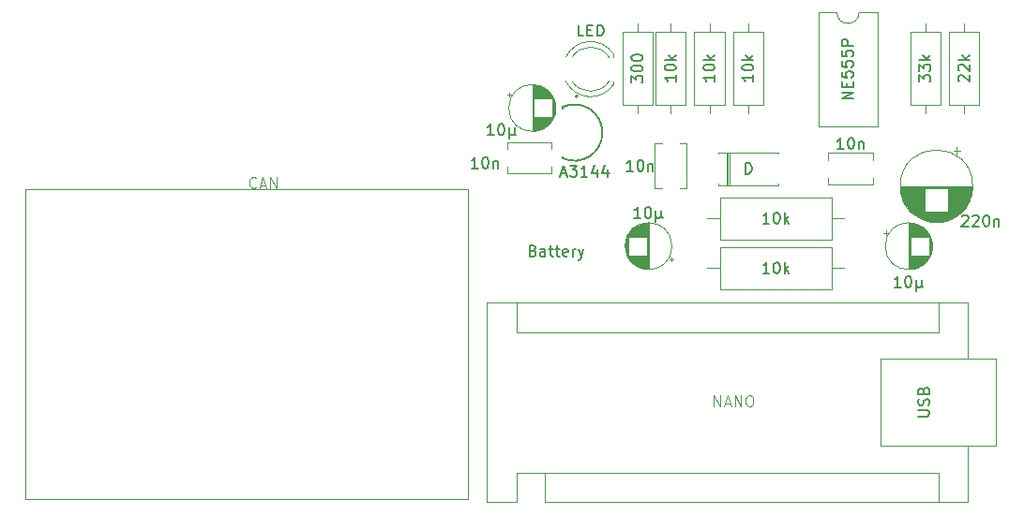
<source format=gto>
%TF.GenerationSoftware,KiCad,Pcbnew,8.0.8-8.0.8-0~ubuntu24.04.1*%
%TF.CreationDate,2025-02-02T21:15:27-07:00*%
%TF.ProjectId,Speedometer,53706565-646f-46d6-9574-65722e6b6963,v1*%
%TF.SameCoordinates,Original*%
%TF.FileFunction,Legend,Top*%
%TF.FilePolarity,Positive*%
%FSLAX46Y46*%
G04 Gerber Fmt 4.6, Leading zero omitted, Abs format (unit mm)*
G04 Created by KiCad (PCBNEW 8.0.8-8.0.8-0~ubuntu24.04.1) date 2025-02-02 21:15:27*
%MOMM*%
%LPD*%
G01*
G04 APERTURE LIST*
%ADD10C,0.100000*%
%ADD11C,0.150000*%
%ADD12C,0.120000*%
%ADD13C,0.127000*%
%ADD14C,0.200000*%
G04 APERTURE END LIST*
D10*
X135883884Y-84982419D02*
X135883884Y-83982419D01*
X135883884Y-83982419D02*
X136455312Y-84982419D01*
X136455312Y-84982419D02*
X136455312Y-83982419D01*
X136883884Y-84696704D02*
X137360074Y-84696704D01*
X136788646Y-84982419D02*
X137121979Y-83982419D01*
X137121979Y-83982419D02*
X137455312Y-84982419D01*
X137788646Y-84982419D02*
X137788646Y-83982419D01*
X137788646Y-83982419D02*
X138360074Y-84982419D01*
X138360074Y-84982419D02*
X138360074Y-83982419D01*
X139026741Y-83982419D02*
X139217217Y-83982419D01*
X139217217Y-83982419D02*
X139312455Y-84030038D01*
X139312455Y-84030038D02*
X139407693Y-84125276D01*
X139407693Y-84125276D02*
X139455312Y-84315752D01*
X139455312Y-84315752D02*
X139455312Y-84649085D01*
X139455312Y-84649085D02*
X139407693Y-84839561D01*
X139407693Y-84839561D02*
X139312455Y-84934800D01*
X139312455Y-84934800D02*
X139217217Y-84982419D01*
X139217217Y-84982419D02*
X139026741Y-84982419D01*
X139026741Y-84982419D02*
X138931503Y-84934800D01*
X138931503Y-84934800D02*
X138836265Y-84839561D01*
X138836265Y-84839561D02*
X138788646Y-84649085D01*
X138788646Y-84649085D02*
X138788646Y-84315752D01*
X138788646Y-84315752D02*
X138836265Y-84125276D01*
X138836265Y-84125276D02*
X138931503Y-84030038D01*
X138931503Y-84030038D02*
X139026741Y-83982419D01*
X94575312Y-65157180D02*
X94527693Y-65204800D01*
X94527693Y-65204800D02*
X94384836Y-65252419D01*
X94384836Y-65252419D02*
X94289598Y-65252419D01*
X94289598Y-65252419D02*
X94146741Y-65204800D01*
X94146741Y-65204800D02*
X94051503Y-65109561D01*
X94051503Y-65109561D02*
X94003884Y-65014323D01*
X94003884Y-65014323D02*
X93956265Y-64823847D01*
X93956265Y-64823847D02*
X93956265Y-64680990D01*
X93956265Y-64680990D02*
X94003884Y-64490514D01*
X94003884Y-64490514D02*
X94051503Y-64395276D01*
X94051503Y-64395276D02*
X94146741Y-64300038D01*
X94146741Y-64300038D02*
X94289598Y-64252419D01*
X94289598Y-64252419D02*
X94384836Y-64252419D01*
X94384836Y-64252419D02*
X94527693Y-64300038D01*
X94527693Y-64300038D02*
X94575312Y-64347657D01*
X94956265Y-64966704D02*
X95432455Y-64966704D01*
X94861027Y-65252419D02*
X95194360Y-64252419D01*
X95194360Y-64252419D02*
X95527693Y-65252419D01*
X95861027Y-65252419D02*
X95861027Y-64252419D01*
X95861027Y-64252419D02*
X96432455Y-65252419D01*
X96432455Y-65252419D02*
X96432455Y-64252419D01*
D11*
X124127142Y-51494819D02*
X123650952Y-51494819D01*
X123650952Y-51494819D02*
X123650952Y-50494819D01*
X124460476Y-50971009D02*
X124793809Y-50971009D01*
X124936666Y-51494819D02*
X124460476Y-51494819D01*
X124460476Y-51494819D02*
X124460476Y-50494819D01*
X124460476Y-50494819D02*
X124936666Y-50494819D01*
X125365238Y-51494819D02*
X125365238Y-50494819D01*
X125365238Y-50494819D02*
X125603333Y-50494819D01*
X125603333Y-50494819D02*
X125746190Y-50542438D01*
X125746190Y-50542438D02*
X125841428Y-50637676D01*
X125841428Y-50637676D02*
X125889047Y-50732914D01*
X125889047Y-50732914D02*
X125936666Y-50923390D01*
X125936666Y-50923390D02*
X125936666Y-51066247D01*
X125936666Y-51066247D02*
X125889047Y-51256723D01*
X125889047Y-51256723D02*
X125841428Y-51351961D01*
X125841428Y-51351961D02*
X125746190Y-51447200D01*
X125746190Y-51447200D02*
X125603333Y-51494819D01*
X125603333Y-51494819D02*
X125365238Y-51494819D01*
X114607142Y-63454819D02*
X114035714Y-63454819D01*
X114321428Y-63454819D02*
X114321428Y-62454819D01*
X114321428Y-62454819D02*
X114226190Y-62597676D01*
X114226190Y-62597676D02*
X114130952Y-62692914D01*
X114130952Y-62692914D02*
X114035714Y-62740533D01*
X115226190Y-62454819D02*
X115321428Y-62454819D01*
X115321428Y-62454819D02*
X115416666Y-62502438D01*
X115416666Y-62502438D02*
X115464285Y-62550057D01*
X115464285Y-62550057D02*
X115511904Y-62645295D01*
X115511904Y-62645295D02*
X115559523Y-62835771D01*
X115559523Y-62835771D02*
X115559523Y-63073866D01*
X115559523Y-63073866D02*
X115511904Y-63264342D01*
X115511904Y-63264342D02*
X115464285Y-63359580D01*
X115464285Y-63359580D02*
X115416666Y-63407200D01*
X115416666Y-63407200D02*
X115321428Y-63454819D01*
X115321428Y-63454819D02*
X115226190Y-63454819D01*
X115226190Y-63454819D02*
X115130952Y-63407200D01*
X115130952Y-63407200D02*
X115083333Y-63359580D01*
X115083333Y-63359580D02*
X115035714Y-63264342D01*
X115035714Y-63264342D02*
X114988095Y-63073866D01*
X114988095Y-63073866D02*
X114988095Y-62835771D01*
X114988095Y-62835771D02*
X115035714Y-62645295D01*
X115035714Y-62645295D02*
X115083333Y-62550057D01*
X115083333Y-62550057D02*
X115130952Y-62502438D01*
X115130952Y-62502438D02*
X115226190Y-62454819D01*
X115988095Y-62788152D02*
X115988095Y-63454819D01*
X115988095Y-62883390D02*
X116035714Y-62835771D01*
X116035714Y-62835771D02*
X116130952Y-62788152D01*
X116130952Y-62788152D02*
X116273809Y-62788152D01*
X116273809Y-62788152D02*
X116369047Y-62835771D01*
X116369047Y-62835771D02*
X116416666Y-62931009D01*
X116416666Y-62931009D02*
X116416666Y-63454819D01*
X128454819Y-55705713D02*
X128454819Y-55086666D01*
X128454819Y-55086666D02*
X128835771Y-55419999D01*
X128835771Y-55419999D02*
X128835771Y-55277142D01*
X128835771Y-55277142D02*
X128883390Y-55181904D01*
X128883390Y-55181904D02*
X128931009Y-55134285D01*
X128931009Y-55134285D02*
X129026247Y-55086666D01*
X129026247Y-55086666D02*
X129264342Y-55086666D01*
X129264342Y-55086666D02*
X129359580Y-55134285D01*
X129359580Y-55134285D02*
X129407200Y-55181904D01*
X129407200Y-55181904D02*
X129454819Y-55277142D01*
X129454819Y-55277142D02*
X129454819Y-55562856D01*
X129454819Y-55562856D02*
X129407200Y-55658094D01*
X129407200Y-55658094D02*
X129359580Y-55705713D01*
X128454819Y-54467618D02*
X128454819Y-54372380D01*
X128454819Y-54372380D02*
X128502438Y-54277142D01*
X128502438Y-54277142D02*
X128550057Y-54229523D01*
X128550057Y-54229523D02*
X128645295Y-54181904D01*
X128645295Y-54181904D02*
X128835771Y-54134285D01*
X128835771Y-54134285D02*
X129073866Y-54134285D01*
X129073866Y-54134285D02*
X129264342Y-54181904D01*
X129264342Y-54181904D02*
X129359580Y-54229523D01*
X129359580Y-54229523D02*
X129407200Y-54277142D01*
X129407200Y-54277142D02*
X129454819Y-54372380D01*
X129454819Y-54372380D02*
X129454819Y-54467618D01*
X129454819Y-54467618D02*
X129407200Y-54562856D01*
X129407200Y-54562856D02*
X129359580Y-54610475D01*
X129359580Y-54610475D02*
X129264342Y-54658094D01*
X129264342Y-54658094D02*
X129073866Y-54705713D01*
X129073866Y-54705713D02*
X128835771Y-54705713D01*
X128835771Y-54705713D02*
X128645295Y-54658094D01*
X128645295Y-54658094D02*
X128550057Y-54610475D01*
X128550057Y-54610475D02*
X128502438Y-54562856D01*
X128502438Y-54562856D02*
X128454819Y-54467618D01*
X128454819Y-53515237D02*
X128454819Y-53419999D01*
X128454819Y-53419999D02*
X128502438Y-53324761D01*
X128502438Y-53324761D02*
X128550057Y-53277142D01*
X128550057Y-53277142D02*
X128645295Y-53229523D01*
X128645295Y-53229523D02*
X128835771Y-53181904D01*
X128835771Y-53181904D02*
X129073866Y-53181904D01*
X129073866Y-53181904D02*
X129264342Y-53229523D01*
X129264342Y-53229523D02*
X129359580Y-53277142D01*
X129359580Y-53277142D02*
X129407200Y-53324761D01*
X129407200Y-53324761D02*
X129454819Y-53419999D01*
X129454819Y-53419999D02*
X129454819Y-53515237D01*
X129454819Y-53515237D02*
X129407200Y-53610475D01*
X129407200Y-53610475D02*
X129359580Y-53658094D01*
X129359580Y-53658094D02*
X129264342Y-53705713D01*
X129264342Y-53705713D02*
X129073866Y-53753332D01*
X129073866Y-53753332D02*
X128835771Y-53753332D01*
X128835771Y-53753332D02*
X128645295Y-53705713D01*
X128645295Y-53705713D02*
X128550057Y-53658094D01*
X128550057Y-53658094D02*
X128502438Y-53610475D01*
X128502438Y-53610475D02*
X128454819Y-53515237D01*
X135954819Y-55015238D02*
X135954819Y-55586666D01*
X135954819Y-55300952D02*
X134954819Y-55300952D01*
X134954819Y-55300952D02*
X135097676Y-55396190D01*
X135097676Y-55396190D02*
X135192914Y-55491428D01*
X135192914Y-55491428D02*
X135240533Y-55586666D01*
X134954819Y-54396190D02*
X134954819Y-54300952D01*
X134954819Y-54300952D02*
X135002438Y-54205714D01*
X135002438Y-54205714D02*
X135050057Y-54158095D01*
X135050057Y-54158095D02*
X135145295Y-54110476D01*
X135145295Y-54110476D02*
X135335771Y-54062857D01*
X135335771Y-54062857D02*
X135573866Y-54062857D01*
X135573866Y-54062857D02*
X135764342Y-54110476D01*
X135764342Y-54110476D02*
X135859580Y-54158095D01*
X135859580Y-54158095D02*
X135907200Y-54205714D01*
X135907200Y-54205714D02*
X135954819Y-54300952D01*
X135954819Y-54300952D02*
X135954819Y-54396190D01*
X135954819Y-54396190D02*
X135907200Y-54491428D01*
X135907200Y-54491428D02*
X135859580Y-54539047D01*
X135859580Y-54539047D02*
X135764342Y-54586666D01*
X135764342Y-54586666D02*
X135573866Y-54634285D01*
X135573866Y-54634285D02*
X135335771Y-54634285D01*
X135335771Y-54634285D02*
X135145295Y-54586666D01*
X135145295Y-54586666D02*
X135050057Y-54539047D01*
X135050057Y-54539047D02*
X135002438Y-54491428D01*
X135002438Y-54491428D02*
X134954819Y-54396190D01*
X135954819Y-53634285D02*
X134954819Y-53634285D01*
X135573866Y-53539047D02*
X135954819Y-53253333D01*
X135288152Y-53253333D02*
X135669104Y-53634285D01*
X154354819Y-85881904D02*
X155164342Y-85881904D01*
X155164342Y-85881904D02*
X155259580Y-85834285D01*
X155259580Y-85834285D02*
X155307200Y-85786666D01*
X155307200Y-85786666D02*
X155354819Y-85691428D01*
X155354819Y-85691428D02*
X155354819Y-85500952D01*
X155354819Y-85500952D02*
X155307200Y-85405714D01*
X155307200Y-85405714D02*
X155259580Y-85358095D01*
X155259580Y-85358095D02*
X155164342Y-85310476D01*
X155164342Y-85310476D02*
X154354819Y-85310476D01*
X155307200Y-84881904D02*
X155354819Y-84739047D01*
X155354819Y-84739047D02*
X155354819Y-84500952D01*
X155354819Y-84500952D02*
X155307200Y-84405714D01*
X155307200Y-84405714D02*
X155259580Y-84358095D01*
X155259580Y-84358095D02*
X155164342Y-84310476D01*
X155164342Y-84310476D02*
X155069104Y-84310476D01*
X155069104Y-84310476D02*
X154973866Y-84358095D01*
X154973866Y-84358095D02*
X154926247Y-84405714D01*
X154926247Y-84405714D02*
X154878628Y-84500952D01*
X154878628Y-84500952D02*
X154831009Y-84691428D01*
X154831009Y-84691428D02*
X154783390Y-84786666D01*
X154783390Y-84786666D02*
X154735771Y-84834285D01*
X154735771Y-84834285D02*
X154640533Y-84881904D01*
X154640533Y-84881904D02*
X154545295Y-84881904D01*
X154545295Y-84881904D02*
X154450057Y-84834285D01*
X154450057Y-84834285D02*
X154402438Y-84786666D01*
X154402438Y-84786666D02*
X154354819Y-84691428D01*
X154354819Y-84691428D02*
X154354819Y-84453333D01*
X154354819Y-84453333D02*
X154402438Y-84310476D01*
X154831009Y-83548571D02*
X154878628Y-83405714D01*
X154878628Y-83405714D02*
X154926247Y-83358095D01*
X154926247Y-83358095D02*
X155021485Y-83310476D01*
X155021485Y-83310476D02*
X155164342Y-83310476D01*
X155164342Y-83310476D02*
X155259580Y-83358095D01*
X155259580Y-83358095D02*
X155307200Y-83405714D01*
X155307200Y-83405714D02*
X155354819Y-83500952D01*
X155354819Y-83500952D02*
X155354819Y-83881904D01*
X155354819Y-83881904D02*
X154354819Y-83881904D01*
X154354819Y-83881904D02*
X154354819Y-83548571D01*
X154354819Y-83548571D02*
X154402438Y-83453333D01*
X154402438Y-83453333D02*
X154450057Y-83405714D01*
X154450057Y-83405714D02*
X154545295Y-83358095D01*
X154545295Y-83358095D02*
X154640533Y-83358095D01*
X154640533Y-83358095D02*
X154735771Y-83405714D01*
X154735771Y-83405714D02*
X154783390Y-83453333D01*
X154783390Y-83453333D02*
X154831009Y-83548571D01*
X154831009Y-83548571D02*
X154831009Y-83881904D01*
X116035714Y-60454819D02*
X115464286Y-60454819D01*
X115750000Y-60454819D02*
X115750000Y-59454819D01*
X115750000Y-59454819D02*
X115654762Y-59597676D01*
X115654762Y-59597676D02*
X115559524Y-59692914D01*
X115559524Y-59692914D02*
X115464286Y-59740533D01*
X116654762Y-59454819D02*
X116750000Y-59454819D01*
X116750000Y-59454819D02*
X116845238Y-59502438D01*
X116845238Y-59502438D02*
X116892857Y-59550057D01*
X116892857Y-59550057D02*
X116940476Y-59645295D01*
X116940476Y-59645295D02*
X116988095Y-59835771D01*
X116988095Y-59835771D02*
X116988095Y-60073866D01*
X116988095Y-60073866D02*
X116940476Y-60264342D01*
X116940476Y-60264342D02*
X116892857Y-60359580D01*
X116892857Y-60359580D02*
X116845238Y-60407200D01*
X116845238Y-60407200D02*
X116750000Y-60454819D01*
X116750000Y-60454819D02*
X116654762Y-60454819D01*
X116654762Y-60454819D02*
X116559524Y-60407200D01*
X116559524Y-60407200D02*
X116511905Y-60359580D01*
X116511905Y-60359580D02*
X116464286Y-60264342D01*
X116464286Y-60264342D02*
X116416667Y-60073866D01*
X116416667Y-60073866D02*
X116416667Y-59835771D01*
X116416667Y-59835771D02*
X116464286Y-59645295D01*
X116464286Y-59645295D02*
X116511905Y-59550057D01*
X116511905Y-59550057D02*
X116559524Y-59502438D01*
X116559524Y-59502438D02*
X116654762Y-59454819D01*
X117416667Y-59788152D02*
X117416667Y-60788152D01*
X117892857Y-60311961D02*
X117940476Y-60407200D01*
X117940476Y-60407200D02*
X118035714Y-60454819D01*
X117416667Y-60311961D02*
X117464286Y-60407200D01*
X117464286Y-60407200D02*
X117559524Y-60454819D01*
X117559524Y-60454819D02*
X117750000Y-60454819D01*
X117750000Y-60454819D02*
X117845238Y-60407200D01*
X117845238Y-60407200D02*
X117892857Y-60311961D01*
X117892857Y-60311961D02*
X117892857Y-59788152D01*
X140904761Y-72954819D02*
X140333333Y-72954819D01*
X140619047Y-72954819D02*
X140619047Y-71954819D01*
X140619047Y-71954819D02*
X140523809Y-72097676D01*
X140523809Y-72097676D02*
X140428571Y-72192914D01*
X140428571Y-72192914D02*
X140333333Y-72240533D01*
X141523809Y-71954819D02*
X141619047Y-71954819D01*
X141619047Y-71954819D02*
X141714285Y-72002438D01*
X141714285Y-72002438D02*
X141761904Y-72050057D01*
X141761904Y-72050057D02*
X141809523Y-72145295D01*
X141809523Y-72145295D02*
X141857142Y-72335771D01*
X141857142Y-72335771D02*
X141857142Y-72573866D01*
X141857142Y-72573866D02*
X141809523Y-72764342D01*
X141809523Y-72764342D02*
X141761904Y-72859580D01*
X141761904Y-72859580D02*
X141714285Y-72907200D01*
X141714285Y-72907200D02*
X141619047Y-72954819D01*
X141619047Y-72954819D02*
X141523809Y-72954819D01*
X141523809Y-72954819D02*
X141428571Y-72907200D01*
X141428571Y-72907200D02*
X141380952Y-72859580D01*
X141380952Y-72859580D02*
X141333333Y-72764342D01*
X141333333Y-72764342D02*
X141285714Y-72573866D01*
X141285714Y-72573866D02*
X141285714Y-72335771D01*
X141285714Y-72335771D02*
X141333333Y-72145295D01*
X141333333Y-72145295D02*
X141380952Y-72050057D01*
X141380952Y-72050057D02*
X141428571Y-72002438D01*
X141428571Y-72002438D02*
X141523809Y-71954819D01*
X142285714Y-72954819D02*
X142285714Y-71954819D01*
X142380952Y-72573866D02*
X142666666Y-72954819D01*
X142666666Y-72288152D02*
X142285714Y-72669104D01*
X128607142Y-63704819D02*
X128035714Y-63704819D01*
X128321428Y-63704819D02*
X128321428Y-62704819D01*
X128321428Y-62704819D02*
X128226190Y-62847676D01*
X128226190Y-62847676D02*
X128130952Y-62942914D01*
X128130952Y-62942914D02*
X128035714Y-62990533D01*
X129226190Y-62704819D02*
X129321428Y-62704819D01*
X129321428Y-62704819D02*
X129416666Y-62752438D01*
X129416666Y-62752438D02*
X129464285Y-62800057D01*
X129464285Y-62800057D02*
X129511904Y-62895295D01*
X129511904Y-62895295D02*
X129559523Y-63085771D01*
X129559523Y-63085771D02*
X129559523Y-63323866D01*
X129559523Y-63323866D02*
X129511904Y-63514342D01*
X129511904Y-63514342D02*
X129464285Y-63609580D01*
X129464285Y-63609580D02*
X129416666Y-63657200D01*
X129416666Y-63657200D02*
X129321428Y-63704819D01*
X129321428Y-63704819D02*
X129226190Y-63704819D01*
X129226190Y-63704819D02*
X129130952Y-63657200D01*
X129130952Y-63657200D02*
X129083333Y-63609580D01*
X129083333Y-63609580D02*
X129035714Y-63514342D01*
X129035714Y-63514342D02*
X128988095Y-63323866D01*
X128988095Y-63323866D02*
X128988095Y-63085771D01*
X128988095Y-63085771D02*
X129035714Y-62895295D01*
X129035714Y-62895295D02*
X129083333Y-62800057D01*
X129083333Y-62800057D02*
X129130952Y-62752438D01*
X129130952Y-62752438D02*
X129226190Y-62704819D01*
X129988095Y-63038152D02*
X129988095Y-63704819D01*
X129988095Y-63133390D02*
X130035714Y-63085771D01*
X130035714Y-63085771D02*
X130130952Y-63038152D01*
X130130952Y-63038152D02*
X130273809Y-63038152D01*
X130273809Y-63038152D02*
X130369047Y-63085771D01*
X130369047Y-63085771D02*
X130416666Y-63181009D01*
X130416666Y-63181009D02*
X130416666Y-63704819D01*
X132454819Y-55015238D02*
X132454819Y-55586666D01*
X132454819Y-55300952D02*
X131454819Y-55300952D01*
X131454819Y-55300952D02*
X131597676Y-55396190D01*
X131597676Y-55396190D02*
X131692914Y-55491428D01*
X131692914Y-55491428D02*
X131740533Y-55586666D01*
X131454819Y-54396190D02*
X131454819Y-54300952D01*
X131454819Y-54300952D02*
X131502438Y-54205714D01*
X131502438Y-54205714D02*
X131550057Y-54158095D01*
X131550057Y-54158095D02*
X131645295Y-54110476D01*
X131645295Y-54110476D02*
X131835771Y-54062857D01*
X131835771Y-54062857D02*
X132073866Y-54062857D01*
X132073866Y-54062857D02*
X132264342Y-54110476D01*
X132264342Y-54110476D02*
X132359580Y-54158095D01*
X132359580Y-54158095D02*
X132407200Y-54205714D01*
X132407200Y-54205714D02*
X132454819Y-54300952D01*
X132454819Y-54300952D02*
X132454819Y-54396190D01*
X132454819Y-54396190D02*
X132407200Y-54491428D01*
X132407200Y-54491428D02*
X132359580Y-54539047D01*
X132359580Y-54539047D02*
X132264342Y-54586666D01*
X132264342Y-54586666D02*
X132073866Y-54634285D01*
X132073866Y-54634285D02*
X131835771Y-54634285D01*
X131835771Y-54634285D02*
X131645295Y-54586666D01*
X131645295Y-54586666D02*
X131550057Y-54539047D01*
X131550057Y-54539047D02*
X131502438Y-54491428D01*
X131502438Y-54491428D02*
X131454819Y-54396190D01*
X132454819Y-53634285D02*
X131454819Y-53634285D01*
X132073866Y-53539047D02*
X132454819Y-53253333D01*
X131788152Y-53253333D02*
X132169104Y-53634285D01*
X158050057Y-55586666D02*
X158002438Y-55539047D01*
X158002438Y-55539047D02*
X157954819Y-55443809D01*
X157954819Y-55443809D02*
X157954819Y-55205714D01*
X157954819Y-55205714D02*
X158002438Y-55110476D01*
X158002438Y-55110476D02*
X158050057Y-55062857D01*
X158050057Y-55062857D02*
X158145295Y-55015238D01*
X158145295Y-55015238D02*
X158240533Y-55015238D01*
X158240533Y-55015238D02*
X158383390Y-55062857D01*
X158383390Y-55062857D02*
X158954819Y-55634285D01*
X158954819Y-55634285D02*
X158954819Y-55015238D01*
X158050057Y-54634285D02*
X158002438Y-54586666D01*
X158002438Y-54586666D02*
X157954819Y-54491428D01*
X157954819Y-54491428D02*
X157954819Y-54253333D01*
X157954819Y-54253333D02*
X158002438Y-54158095D01*
X158002438Y-54158095D02*
X158050057Y-54110476D01*
X158050057Y-54110476D02*
X158145295Y-54062857D01*
X158145295Y-54062857D02*
X158240533Y-54062857D01*
X158240533Y-54062857D02*
X158383390Y-54110476D01*
X158383390Y-54110476D02*
X158954819Y-54681904D01*
X158954819Y-54681904D02*
X158954819Y-54062857D01*
X158954819Y-53634285D02*
X157954819Y-53634285D01*
X158573866Y-53539047D02*
X158954819Y-53253333D01*
X158288152Y-53253333D02*
X158669104Y-53634285D01*
X152785714Y-74204819D02*
X152214286Y-74204819D01*
X152500000Y-74204819D02*
X152500000Y-73204819D01*
X152500000Y-73204819D02*
X152404762Y-73347676D01*
X152404762Y-73347676D02*
X152309524Y-73442914D01*
X152309524Y-73442914D02*
X152214286Y-73490533D01*
X153404762Y-73204819D02*
X153500000Y-73204819D01*
X153500000Y-73204819D02*
X153595238Y-73252438D01*
X153595238Y-73252438D02*
X153642857Y-73300057D01*
X153642857Y-73300057D02*
X153690476Y-73395295D01*
X153690476Y-73395295D02*
X153738095Y-73585771D01*
X153738095Y-73585771D02*
X153738095Y-73823866D01*
X153738095Y-73823866D02*
X153690476Y-74014342D01*
X153690476Y-74014342D02*
X153642857Y-74109580D01*
X153642857Y-74109580D02*
X153595238Y-74157200D01*
X153595238Y-74157200D02*
X153500000Y-74204819D01*
X153500000Y-74204819D02*
X153404762Y-74204819D01*
X153404762Y-74204819D02*
X153309524Y-74157200D01*
X153309524Y-74157200D02*
X153261905Y-74109580D01*
X153261905Y-74109580D02*
X153214286Y-74014342D01*
X153214286Y-74014342D02*
X153166667Y-73823866D01*
X153166667Y-73823866D02*
X153166667Y-73585771D01*
X153166667Y-73585771D02*
X153214286Y-73395295D01*
X153214286Y-73395295D02*
X153261905Y-73300057D01*
X153261905Y-73300057D02*
X153309524Y-73252438D01*
X153309524Y-73252438D02*
X153404762Y-73204819D01*
X154166667Y-73538152D02*
X154166667Y-74538152D01*
X154642857Y-74061961D02*
X154690476Y-74157200D01*
X154690476Y-74157200D02*
X154785714Y-74204819D01*
X154166667Y-74061961D02*
X154214286Y-74157200D01*
X154214286Y-74157200D02*
X154309524Y-74204819D01*
X154309524Y-74204819D02*
X154500000Y-74204819D01*
X154500000Y-74204819D02*
X154595238Y-74157200D01*
X154595238Y-74157200D02*
X154642857Y-74061961D01*
X154642857Y-74061961D02*
X154642857Y-73538152D01*
X154454819Y-55634285D02*
X154454819Y-55015238D01*
X154454819Y-55015238D02*
X154835771Y-55348571D01*
X154835771Y-55348571D02*
X154835771Y-55205714D01*
X154835771Y-55205714D02*
X154883390Y-55110476D01*
X154883390Y-55110476D02*
X154931009Y-55062857D01*
X154931009Y-55062857D02*
X155026247Y-55015238D01*
X155026247Y-55015238D02*
X155264342Y-55015238D01*
X155264342Y-55015238D02*
X155359580Y-55062857D01*
X155359580Y-55062857D02*
X155407200Y-55110476D01*
X155407200Y-55110476D02*
X155454819Y-55205714D01*
X155454819Y-55205714D02*
X155454819Y-55491428D01*
X155454819Y-55491428D02*
X155407200Y-55586666D01*
X155407200Y-55586666D02*
X155359580Y-55634285D01*
X154454819Y-54681904D02*
X154454819Y-54062857D01*
X154454819Y-54062857D02*
X154835771Y-54396190D01*
X154835771Y-54396190D02*
X154835771Y-54253333D01*
X154835771Y-54253333D02*
X154883390Y-54158095D01*
X154883390Y-54158095D02*
X154931009Y-54110476D01*
X154931009Y-54110476D02*
X155026247Y-54062857D01*
X155026247Y-54062857D02*
X155264342Y-54062857D01*
X155264342Y-54062857D02*
X155359580Y-54110476D01*
X155359580Y-54110476D02*
X155407200Y-54158095D01*
X155407200Y-54158095D02*
X155454819Y-54253333D01*
X155454819Y-54253333D02*
X155454819Y-54539047D01*
X155454819Y-54539047D02*
X155407200Y-54634285D01*
X155407200Y-54634285D02*
X155359580Y-54681904D01*
X155454819Y-53634285D02*
X154454819Y-53634285D01*
X155073866Y-53539047D02*
X155454819Y-53253333D01*
X154788152Y-53253333D02*
X155169104Y-53634285D01*
X119578570Y-70901009D02*
X119721427Y-70948628D01*
X119721427Y-70948628D02*
X119769046Y-70996247D01*
X119769046Y-70996247D02*
X119816665Y-71091485D01*
X119816665Y-71091485D02*
X119816665Y-71234342D01*
X119816665Y-71234342D02*
X119769046Y-71329580D01*
X119769046Y-71329580D02*
X119721427Y-71377200D01*
X119721427Y-71377200D02*
X119626189Y-71424819D01*
X119626189Y-71424819D02*
X119245237Y-71424819D01*
X119245237Y-71424819D02*
X119245237Y-70424819D01*
X119245237Y-70424819D02*
X119578570Y-70424819D01*
X119578570Y-70424819D02*
X119673808Y-70472438D01*
X119673808Y-70472438D02*
X119721427Y-70520057D01*
X119721427Y-70520057D02*
X119769046Y-70615295D01*
X119769046Y-70615295D02*
X119769046Y-70710533D01*
X119769046Y-70710533D02*
X119721427Y-70805771D01*
X119721427Y-70805771D02*
X119673808Y-70853390D01*
X119673808Y-70853390D02*
X119578570Y-70901009D01*
X119578570Y-70901009D02*
X119245237Y-70901009D01*
X120673808Y-71424819D02*
X120673808Y-70901009D01*
X120673808Y-70901009D02*
X120626189Y-70805771D01*
X120626189Y-70805771D02*
X120530951Y-70758152D01*
X120530951Y-70758152D02*
X120340475Y-70758152D01*
X120340475Y-70758152D02*
X120245237Y-70805771D01*
X120673808Y-71377200D02*
X120578570Y-71424819D01*
X120578570Y-71424819D02*
X120340475Y-71424819D01*
X120340475Y-71424819D02*
X120245237Y-71377200D01*
X120245237Y-71377200D02*
X120197618Y-71281961D01*
X120197618Y-71281961D02*
X120197618Y-71186723D01*
X120197618Y-71186723D02*
X120245237Y-71091485D01*
X120245237Y-71091485D02*
X120340475Y-71043866D01*
X120340475Y-71043866D02*
X120578570Y-71043866D01*
X120578570Y-71043866D02*
X120673808Y-70996247D01*
X121007142Y-70758152D02*
X121388094Y-70758152D01*
X121149999Y-70424819D02*
X121149999Y-71281961D01*
X121149999Y-71281961D02*
X121197618Y-71377200D01*
X121197618Y-71377200D02*
X121292856Y-71424819D01*
X121292856Y-71424819D02*
X121388094Y-71424819D01*
X121578571Y-70758152D02*
X121959523Y-70758152D01*
X121721428Y-70424819D02*
X121721428Y-71281961D01*
X121721428Y-71281961D02*
X121769047Y-71377200D01*
X121769047Y-71377200D02*
X121864285Y-71424819D01*
X121864285Y-71424819D02*
X121959523Y-71424819D01*
X122673809Y-71377200D02*
X122578571Y-71424819D01*
X122578571Y-71424819D02*
X122388095Y-71424819D01*
X122388095Y-71424819D02*
X122292857Y-71377200D01*
X122292857Y-71377200D02*
X122245238Y-71281961D01*
X122245238Y-71281961D02*
X122245238Y-70901009D01*
X122245238Y-70901009D02*
X122292857Y-70805771D01*
X122292857Y-70805771D02*
X122388095Y-70758152D01*
X122388095Y-70758152D02*
X122578571Y-70758152D01*
X122578571Y-70758152D02*
X122673809Y-70805771D01*
X122673809Y-70805771D02*
X122721428Y-70901009D01*
X122721428Y-70901009D02*
X122721428Y-70996247D01*
X122721428Y-70996247D02*
X122245238Y-71091485D01*
X123150000Y-71424819D02*
X123150000Y-70758152D01*
X123150000Y-70948628D02*
X123197619Y-70853390D01*
X123197619Y-70853390D02*
X123245238Y-70805771D01*
X123245238Y-70805771D02*
X123340476Y-70758152D01*
X123340476Y-70758152D02*
X123435714Y-70758152D01*
X123673810Y-70758152D02*
X123911905Y-71424819D01*
X124150000Y-70758152D02*
X123911905Y-71424819D01*
X123911905Y-71424819D02*
X123816667Y-71662914D01*
X123816667Y-71662914D02*
X123769048Y-71710533D01*
X123769048Y-71710533D02*
X123673810Y-71758152D01*
X147607142Y-61704819D02*
X147035714Y-61704819D01*
X147321428Y-61704819D02*
X147321428Y-60704819D01*
X147321428Y-60704819D02*
X147226190Y-60847676D01*
X147226190Y-60847676D02*
X147130952Y-60942914D01*
X147130952Y-60942914D02*
X147035714Y-60990533D01*
X148226190Y-60704819D02*
X148321428Y-60704819D01*
X148321428Y-60704819D02*
X148416666Y-60752438D01*
X148416666Y-60752438D02*
X148464285Y-60800057D01*
X148464285Y-60800057D02*
X148511904Y-60895295D01*
X148511904Y-60895295D02*
X148559523Y-61085771D01*
X148559523Y-61085771D02*
X148559523Y-61323866D01*
X148559523Y-61323866D02*
X148511904Y-61514342D01*
X148511904Y-61514342D02*
X148464285Y-61609580D01*
X148464285Y-61609580D02*
X148416666Y-61657200D01*
X148416666Y-61657200D02*
X148321428Y-61704819D01*
X148321428Y-61704819D02*
X148226190Y-61704819D01*
X148226190Y-61704819D02*
X148130952Y-61657200D01*
X148130952Y-61657200D02*
X148083333Y-61609580D01*
X148083333Y-61609580D02*
X148035714Y-61514342D01*
X148035714Y-61514342D02*
X147988095Y-61323866D01*
X147988095Y-61323866D02*
X147988095Y-61085771D01*
X147988095Y-61085771D02*
X148035714Y-60895295D01*
X148035714Y-60895295D02*
X148083333Y-60800057D01*
X148083333Y-60800057D02*
X148130952Y-60752438D01*
X148130952Y-60752438D02*
X148226190Y-60704819D01*
X148988095Y-61038152D02*
X148988095Y-61704819D01*
X148988095Y-61133390D02*
X149035714Y-61085771D01*
X149035714Y-61085771D02*
X149130952Y-61038152D01*
X149130952Y-61038152D02*
X149273809Y-61038152D01*
X149273809Y-61038152D02*
X149369047Y-61085771D01*
X149369047Y-61085771D02*
X149416666Y-61181009D01*
X149416666Y-61181009D02*
X149416666Y-61704819D01*
X148454819Y-57166666D02*
X147454819Y-57166666D01*
X147454819Y-57166666D02*
X148454819Y-56595238D01*
X148454819Y-56595238D02*
X147454819Y-56595238D01*
X147931009Y-56119047D02*
X147931009Y-55785714D01*
X148454819Y-55642857D02*
X148454819Y-56119047D01*
X148454819Y-56119047D02*
X147454819Y-56119047D01*
X147454819Y-56119047D02*
X147454819Y-55642857D01*
X147454819Y-54738095D02*
X147454819Y-55214285D01*
X147454819Y-55214285D02*
X147931009Y-55261904D01*
X147931009Y-55261904D02*
X147883390Y-55214285D01*
X147883390Y-55214285D02*
X147835771Y-55119047D01*
X147835771Y-55119047D02*
X147835771Y-54880952D01*
X147835771Y-54880952D02*
X147883390Y-54785714D01*
X147883390Y-54785714D02*
X147931009Y-54738095D01*
X147931009Y-54738095D02*
X148026247Y-54690476D01*
X148026247Y-54690476D02*
X148264342Y-54690476D01*
X148264342Y-54690476D02*
X148359580Y-54738095D01*
X148359580Y-54738095D02*
X148407200Y-54785714D01*
X148407200Y-54785714D02*
X148454819Y-54880952D01*
X148454819Y-54880952D02*
X148454819Y-55119047D01*
X148454819Y-55119047D02*
X148407200Y-55214285D01*
X148407200Y-55214285D02*
X148359580Y-55261904D01*
X147454819Y-53785714D02*
X147454819Y-54261904D01*
X147454819Y-54261904D02*
X147931009Y-54309523D01*
X147931009Y-54309523D02*
X147883390Y-54261904D01*
X147883390Y-54261904D02*
X147835771Y-54166666D01*
X147835771Y-54166666D02*
X147835771Y-53928571D01*
X147835771Y-53928571D02*
X147883390Y-53833333D01*
X147883390Y-53833333D02*
X147931009Y-53785714D01*
X147931009Y-53785714D02*
X148026247Y-53738095D01*
X148026247Y-53738095D02*
X148264342Y-53738095D01*
X148264342Y-53738095D02*
X148359580Y-53785714D01*
X148359580Y-53785714D02*
X148407200Y-53833333D01*
X148407200Y-53833333D02*
X148454819Y-53928571D01*
X148454819Y-53928571D02*
X148454819Y-54166666D01*
X148454819Y-54166666D02*
X148407200Y-54261904D01*
X148407200Y-54261904D02*
X148359580Y-54309523D01*
X147454819Y-52833333D02*
X147454819Y-53309523D01*
X147454819Y-53309523D02*
X147931009Y-53357142D01*
X147931009Y-53357142D02*
X147883390Y-53309523D01*
X147883390Y-53309523D02*
X147835771Y-53214285D01*
X147835771Y-53214285D02*
X147835771Y-52976190D01*
X147835771Y-52976190D02*
X147883390Y-52880952D01*
X147883390Y-52880952D02*
X147931009Y-52833333D01*
X147931009Y-52833333D02*
X148026247Y-52785714D01*
X148026247Y-52785714D02*
X148264342Y-52785714D01*
X148264342Y-52785714D02*
X148359580Y-52833333D01*
X148359580Y-52833333D02*
X148407200Y-52880952D01*
X148407200Y-52880952D02*
X148454819Y-52976190D01*
X148454819Y-52976190D02*
X148454819Y-53214285D01*
X148454819Y-53214285D02*
X148407200Y-53309523D01*
X148407200Y-53309523D02*
X148359580Y-53357142D01*
X148454819Y-52357142D02*
X147454819Y-52357142D01*
X147454819Y-52357142D02*
X147454819Y-51976190D01*
X147454819Y-51976190D02*
X147502438Y-51880952D01*
X147502438Y-51880952D02*
X147550057Y-51833333D01*
X147550057Y-51833333D02*
X147645295Y-51785714D01*
X147645295Y-51785714D02*
X147788152Y-51785714D01*
X147788152Y-51785714D02*
X147883390Y-51833333D01*
X147883390Y-51833333D02*
X147931009Y-51880952D01*
X147931009Y-51880952D02*
X147978628Y-51976190D01*
X147978628Y-51976190D02*
X147978628Y-52357142D01*
X158309524Y-67800057D02*
X158357143Y-67752438D01*
X158357143Y-67752438D02*
X158452381Y-67704819D01*
X158452381Y-67704819D02*
X158690476Y-67704819D01*
X158690476Y-67704819D02*
X158785714Y-67752438D01*
X158785714Y-67752438D02*
X158833333Y-67800057D01*
X158833333Y-67800057D02*
X158880952Y-67895295D01*
X158880952Y-67895295D02*
X158880952Y-67990533D01*
X158880952Y-67990533D02*
X158833333Y-68133390D01*
X158833333Y-68133390D02*
X158261905Y-68704819D01*
X158261905Y-68704819D02*
X158880952Y-68704819D01*
X159261905Y-67800057D02*
X159309524Y-67752438D01*
X159309524Y-67752438D02*
X159404762Y-67704819D01*
X159404762Y-67704819D02*
X159642857Y-67704819D01*
X159642857Y-67704819D02*
X159738095Y-67752438D01*
X159738095Y-67752438D02*
X159785714Y-67800057D01*
X159785714Y-67800057D02*
X159833333Y-67895295D01*
X159833333Y-67895295D02*
X159833333Y-67990533D01*
X159833333Y-67990533D02*
X159785714Y-68133390D01*
X159785714Y-68133390D02*
X159214286Y-68704819D01*
X159214286Y-68704819D02*
X159833333Y-68704819D01*
X160452381Y-67704819D02*
X160547619Y-67704819D01*
X160547619Y-67704819D02*
X160642857Y-67752438D01*
X160642857Y-67752438D02*
X160690476Y-67800057D01*
X160690476Y-67800057D02*
X160738095Y-67895295D01*
X160738095Y-67895295D02*
X160785714Y-68085771D01*
X160785714Y-68085771D02*
X160785714Y-68323866D01*
X160785714Y-68323866D02*
X160738095Y-68514342D01*
X160738095Y-68514342D02*
X160690476Y-68609580D01*
X160690476Y-68609580D02*
X160642857Y-68657200D01*
X160642857Y-68657200D02*
X160547619Y-68704819D01*
X160547619Y-68704819D02*
X160452381Y-68704819D01*
X160452381Y-68704819D02*
X160357143Y-68657200D01*
X160357143Y-68657200D02*
X160309524Y-68609580D01*
X160309524Y-68609580D02*
X160261905Y-68514342D01*
X160261905Y-68514342D02*
X160214286Y-68323866D01*
X160214286Y-68323866D02*
X160214286Y-68085771D01*
X160214286Y-68085771D02*
X160261905Y-67895295D01*
X160261905Y-67895295D02*
X160309524Y-67800057D01*
X160309524Y-67800057D02*
X160357143Y-67752438D01*
X160357143Y-67752438D02*
X160452381Y-67704819D01*
X161214286Y-68038152D02*
X161214286Y-68704819D01*
X161214286Y-68133390D02*
X161261905Y-68085771D01*
X161261905Y-68085771D02*
X161357143Y-68038152D01*
X161357143Y-68038152D02*
X161500000Y-68038152D01*
X161500000Y-68038152D02*
X161595238Y-68085771D01*
X161595238Y-68085771D02*
X161642857Y-68181009D01*
X161642857Y-68181009D02*
X161642857Y-68704819D01*
X138738095Y-63954819D02*
X138738095Y-62954819D01*
X138738095Y-62954819D02*
X138976190Y-62954819D01*
X138976190Y-62954819D02*
X139119047Y-63002438D01*
X139119047Y-63002438D02*
X139214285Y-63097676D01*
X139214285Y-63097676D02*
X139261904Y-63192914D01*
X139261904Y-63192914D02*
X139309523Y-63383390D01*
X139309523Y-63383390D02*
X139309523Y-63526247D01*
X139309523Y-63526247D02*
X139261904Y-63716723D01*
X139261904Y-63716723D02*
X139214285Y-63811961D01*
X139214285Y-63811961D02*
X139119047Y-63907200D01*
X139119047Y-63907200D02*
X138976190Y-63954819D01*
X138976190Y-63954819D02*
X138738095Y-63954819D01*
X140904761Y-68454819D02*
X140333333Y-68454819D01*
X140619047Y-68454819D02*
X140619047Y-67454819D01*
X140619047Y-67454819D02*
X140523809Y-67597676D01*
X140523809Y-67597676D02*
X140428571Y-67692914D01*
X140428571Y-67692914D02*
X140333333Y-67740533D01*
X141523809Y-67454819D02*
X141619047Y-67454819D01*
X141619047Y-67454819D02*
X141714285Y-67502438D01*
X141714285Y-67502438D02*
X141761904Y-67550057D01*
X141761904Y-67550057D02*
X141809523Y-67645295D01*
X141809523Y-67645295D02*
X141857142Y-67835771D01*
X141857142Y-67835771D02*
X141857142Y-68073866D01*
X141857142Y-68073866D02*
X141809523Y-68264342D01*
X141809523Y-68264342D02*
X141761904Y-68359580D01*
X141761904Y-68359580D02*
X141714285Y-68407200D01*
X141714285Y-68407200D02*
X141619047Y-68454819D01*
X141619047Y-68454819D02*
X141523809Y-68454819D01*
X141523809Y-68454819D02*
X141428571Y-68407200D01*
X141428571Y-68407200D02*
X141380952Y-68359580D01*
X141380952Y-68359580D02*
X141333333Y-68264342D01*
X141333333Y-68264342D02*
X141285714Y-68073866D01*
X141285714Y-68073866D02*
X141285714Y-67835771D01*
X141285714Y-67835771D02*
X141333333Y-67645295D01*
X141333333Y-67645295D02*
X141380952Y-67550057D01*
X141380952Y-67550057D02*
X141428571Y-67502438D01*
X141428571Y-67502438D02*
X141523809Y-67454819D01*
X142285714Y-68454819D02*
X142285714Y-67454819D01*
X142380952Y-68073866D02*
X142666666Y-68454819D01*
X142666666Y-67788152D02*
X142285714Y-68169104D01*
X122107143Y-63919104D02*
X122583333Y-63919104D01*
X122011905Y-64204819D02*
X122345238Y-63204819D01*
X122345238Y-63204819D02*
X122678571Y-64204819D01*
X122916667Y-63204819D02*
X123535714Y-63204819D01*
X123535714Y-63204819D02*
X123202381Y-63585771D01*
X123202381Y-63585771D02*
X123345238Y-63585771D01*
X123345238Y-63585771D02*
X123440476Y-63633390D01*
X123440476Y-63633390D02*
X123488095Y-63681009D01*
X123488095Y-63681009D02*
X123535714Y-63776247D01*
X123535714Y-63776247D02*
X123535714Y-64014342D01*
X123535714Y-64014342D02*
X123488095Y-64109580D01*
X123488095Y-64109580D02*
X123440476Y-64157200D01*
X123440476Y-64157200D02*
X123345238Y-64204819D01*
X123345238Y-64204819D02*
X123059524Y-64204819D01*
X123059524Y-64204819D02*
X122964286Y-64157200D01*
X122964286Y-64157200D02*
X122916667Y-64109580D01*
X124488095Y-64204819D02*
X123916667Y-64204819D01*
X124202381Y-64204819D02*
X124202381Y-63204819D01*
X124202381Y-63204819D02*
X124107143Y-63347676D01*
X124107143Y-63347676D02*
X124011905Y-63442914D01*
X124011905Y-63442914D02*
X123916667Y-63490533D01*
X125345238Y-63538152D02*
X125345238Y-64204819D01*
X125107143Y-63157200D02*
X124869048Y-63871485D01*
X124869048Y-63871485D02*
X125488095Y-63871485D01*
X126297619Y-63538152D02*
X126297619Y-64204819D01*
X126059524Y-63157200D02*
X125821429Y-63871485D01*
X125821429Y-63871485D02*
X126440476Y-63871485D01*
X139454819Y-55015238D02*
X139454819Y-55586666D01*
X139454819Y-55300952D02*
X138454819Y-55300952D01*
X138454819Y-55300952D02*
X138597676Y-55396190D01*
X138597676Y-55396190D02*
X138692914Y-55491428D01*
X138692914Y-55491428D02*
X138740533Y-55586666D01*
X138454819Y-54396190D02*
X138454819Y-54300952D01*
X138454819Y-54300952D02*
X138502438Y-54205714D01*
X138502438Y-54205714D02*
X138550057Y-54158095D01*
X138550057Y-54158095D02*
X138645295Y-54110476D01*
X138645295Y-54110476D02*
X138835771Y-54062857D01*
X138835771Y-54062857D02*
X139073866Y-54062857D01*
X139073866Y-54062857D02*
X139264342Y-54110476D01*
X139264342Y-54110476D02*
X139359580Y-54158095D01*
X139359580Y-54158095D02*
X139407200Y-54205714D01*
X139407200Y-54205714D02*
X139454819Y-54300952D01*
X139454819Y-54300952D02*
X139454819Y-54396190D01*
X139454819Y-54396190D02*
X139407200Y-54491428D01*
X139407200Y-54491428D02*
X139359580Y-54539047D01*
X139359580Y-54539047D02*
X139264342Y-54586666D01*
X139264342Y-54586666D02*
X139073866Y-54634285D01*
X139073866Y-54634285D02*
X138835771Y-54634285D01*
X138835771Y-54634285D02*
X138645295Y-54586666D01*
X138645295Y-54586666D02*
X138550057Y-54539047D01*
X138550057Y-54539047D02*
X138502438Y-54491428D01*
X138502438Y-54491428D02*
X138454819Y-54396190D01*
X139454819Y-53634285D02*
X138454819Y-53634285D01*
X139073866Y-53539047D02*
X139454819Y-53253333D01*
X138788152Y-53253333D02*
X139169104Y-53634285D01*
X129285714Y-67954819D02*
X128714286Y-67954819D01*
X129000000Y-67954819D02*
X129000000Y-66954819D01*
X129000000Y-66954819D02*
X128904762Y-67097676D01*
X128904762Y-67097676D02*
X128809524Y-67192914D01*
X128809524Y-67192914D02*
X128714286Y-67240533D01*
X129904762Y-66954819D02*
X130000000Y-66954819D01*
X130000000Y-66954819D02*
X130095238Y-67002438D01*
X130095238Y-67002438D02*
X130142857Y-67050057D01*
X130142857Y-67050057D02*
X130190476Y-67145295D01*
X130190476Y-67145295D02*
X130238095Y-67335771D01*
X130238095Y-67335771D02*
X130238095Y-67573866D01*
X130238095Y-67573866D02*
X130190476Y-67764342D01*
X130190476Y-67764342D02*
X130142857Y-67859580D01*
X130142857Y-67859580D02*
X130095238Y-67907200D01*
X130095238Y-67907200D02*
X130000000Y-67954819D01*
X130000000Y-67954819D02*
X129904762Y-67954819D01*
X129904762Y-67954819D02*
X129809524Y-67907200D01*
X129809524Y-67907200D02*
X129761905Y-67859580D01*
X129761905Y-67859580D02*
X129714286Y-67764342D01*
X129714286Y-67764342D02*
X129666667Y-67573866D01*
X129666667Y-67573866D02*
X129666667Y-67335771D01*
X129666667Y-67335771D02*
X129714286Y-67145295D01*
X129714286Y-67145295D02*
X129761905Y-67050057D01*
X129761905Y-67050057D02*
X129809524Y-67002438D01*
X129809524Y-67002438D02*
X129904762Y-66954819D01*
X130666667Y-67288152D02*
X130666667Y-68288152D01*
X131142857Y-67811961D02*
X131190476Y-67907200D01*
X131190476Y-67907200D02*
X131285714Y-67954819D01*
X130666667Y-67811961D02*
X130714286Y-67907200D01*
X130714286Y-67907200D02*
X130809524Y-67954819D01*
X130809524Y-67954819D02*
X131000000Y-67954819D01*
X131000000Y-67954819D02*
X131095238Y-67907200D01*
X131095238Y-67907200D02*
X131142857Y-67811961D01*
X131142857Y-67811961D02*
X131142857Y-67288152D01*
D12*
%TO.C,D1*%
X126830000Y-53420000D02*
X126830000Y-53101000D01*
X126830000Y-55899000D02*
X126830000Y-55580000D01*
X122526442Y-53419931D02*
G75*
G02*
X126830000Y-53101251I2243558J-1080069D01*
G01*
X123086706Y-53419943D02*
G75*
G02*
X126453330Y-53420000I1683294J-1080057D01*
G01*
X126453330Y-55580000D02*
G75*
G02*
X123086706Y-55580057I-1683330J1080000D01*
G01*
X126830000Y-55898749D02*
G75*
G02*
X122526443Y-55580069I-2060000J1398749D01*
G01*
%TO.C,C2*%
X117230000Y-61080000D02*
X117230000Y-61705000D01*
X117230000Y-61080000D02*
X121270000Y-61080000D01*
X117230000Y-63295000D02*
X117230000Y-63920000D01*
X117230000Y-63920000D02*
X121270000Y-63920000D01*
X121270000Y-61080000D02*
X121270000Y-61705000D01*
X121270000Y-63295000D02*
X121270000Y-63920000D01*
%TO.C,R1*%
X127630000Y-51150000D02*
X127630000Y-57690000D01*
X127630000Y-57690000D02*
X130370000Y-57690000D01*
X129000000Y-50380000D02*
X129000000Y-51150000D01*
X129000000Y-58460000D02*
X129000000Y-57690000D01*
X130370000Y-51150000D02*
X127630000Y-51150000D01*
X130370000Y-57690000D02*
X130370000Y-51150000D01*
%TO.C,R3*%
X134130000Y-51150000D02*
X134130000Y-57690000D01*
X134130000Y-57690000D02*
X136870000Y-57690000D01*
X135500000Y-50380000D02*
X135500000Y-51150000D01*
X135500000Y-58460000D02*
X135500000Y-57690000D01*
X136870000Y-51150000D02*
X134130000Y-51150000D01*
X136870000Y-57690000D02*
X136870000Y-51150000D01*
%TO.C,UNIT_2*%
X115400000Y-75600000D02*
X115400000Y-93640000D01*
X115400000Y-93640000D02*
X118070000Y-93640000D01*
X118070000Y-78270000D02*
X118070000Y-75600000D01*
X118070000Y-78270000D02*
X156170000Y-78270000D01*
X118070000Y-90970000D02*
X118070000Y-93640000D01*
X120610000Y-90970000D02*
X118070000Y-90970000D01*
X120610000Y-90970000D02*
X120610000Y-93640000D01*
X120610000Y-90970000D02*
X156170000Y-90970000D01*
X120610000Y-93640000D02*
X158840000Y-93640000D01*
X150960000Y-80680000D02*
X161380000Y-80680000D01*
X150960000Y-88560000D02*
X150960000Y-80680000D01*
X156170000Y-78270000D02*
X156170000Y-75600000D01*
X156170000Y-90970000D02*
X156170000Y-93640000D01*
X158840000Y-75600000D02*
X115400000Y-75600000D01*
X158840000Y-75600000D02*
X158840000Y-80680000D01*
X158840000Y-93640000D02*
X158840000Y-88560000D01*
X161380000Y-80680000D02*
X161380000Y-88560000D01*
X161380000Y-88560000D02*
X150960000Y-88560000D01*
%TO.C,C1*%
X117230199Y-56805000D02*
X117630199Y-56805000D01*
X117430199Y-56605000D02*
X117430199Y-57005000D01*
X119500000Y-55920000D02*
X119500000Y-60080000D01*
X119540000Y-55920000D02*
X119540000Y-60080000D01*
X119580000Y-55921000D02*
X119580000Y-60079000D01*
X119620000Y-55923000D02*
X119620000Y-60077000D01*
X119660000Y-55926000D02*
X119660000Y-60074000D01*
X119700000Y-55929000D02*
X119700000Y-57160000D01*
X119700000Y-58840000D02*
X119700000Y-60071000D01*
X119740000Y-55933000D02*
X119740000Y-57160000D01*
X119740000Y-58840000D02*
X119740000Y-60067000D01*
X119780000Y-55938000D02*
X119780000Y-57160000D01*
X119780000Y-58840000D02*
X119780000Y-60062000D01*
X119820000Y-55944000D02*
X119820000Y-57160000D01*
X119820000Y-58840000D02*
X119820000Y-60056000D01*
X119860000Y-55950000D02*
X119860000Y-57160000D01*
X119860000Y-58840000D02*
X119860000Y-60050000D01*
X119900000Y-55958000D02*
X119900000Y-57160000D01*
X119900000Y-58840000D02*
X119900000Y-60042000D01*
X119940000Y-55966000D02*
X119940000Y-57160000D01*
X119940000Y-58840000D02*
X119940000Y-60034000D01*
X119980000Y-55975000D02*
X119980000Y-57160000D01*
X119980000Y-58840000D02*
X119980000Y-60025000D01*
X120020000Y-55984000D02*
X120020000Y-57160000D01*
X120020000Y-58840000D02*
X120020000Y-60016000D01*
X120060000Y-55995000D02*
X120060000Y-57160000D01*
X120060000Y-58840000D02*
X120060000Y-60005000D01*
X120100000Y-56006000D02*
X120100000Y-57160000D01*
X120100000Y-58840000D02*
X120100000Y-59994000D01*
X120140000Y-56018000D02*
X120140000Y-57160000D01*
X120140000Y-58840000D02*
X120140000Y-59982000D01*
X120180000Y-56032000D02*
X120180000Y-57160000D01*
X120180000Y-58840000D02*
X120180000Y-59968000D01*
X120221000Y-56046000D02*
X120221000Y-57160000D01*
X120221000Y-58840000D02*
X120221000Y-59954000D01*
X120261000Y-56060000D02*
X120261000Y-57160000D01*
X120261000Y-58840000D02*
X120261000Y-59940000D01*
X120301000Y-56076000D02*
X120301000Y-57160000D01*
X120301000Y-58840000D02*
X120301000Y-59924000D01*
X120341000Y-56093000D02*
X120341000Y-57160000D01*
X120341000Y-58840000D02*
X120341000Y-59907000D01*
X120381000Y-56111000D02*
X120381000Y-57160000D01*
X120381000Y-58840000D02*
X120381000Y-59889000D01*
X120421000Y-56130000D02*
X120421000Y-57160000D01*
X120421000Y-58840000D02*
X120421000Y-59870000D01*
X120461000Y-56149000D02*
X120461000Y-57160000D01*
X120461000Y-58840000D02*
X120461000Y-59851000D01*
X120501000Y-56170000D02*
X120501000Y-57160000D01*
X120501000Y-58840000D02*
X120501000Y-59830000D01*
X120541000Y-56192000D02*
X120541000Y-57160000D01*
X120541000Y-58840000D02*
X120541000Y-59808000D01*
X120581000Y-56215000D02*
X120581000Y-57160000D01*
X120581000Y-58840000D02*
X120581000Y-59785000D01*
X120621000Y-56240000D02*
X120621000Y-57160000D01*
X120621000Y-58840000D02*
X120621000Y-59760000D01*
X120661000Y-56265000D02*
X120661000Y-57160000D01*
X120661000Y-58840000D02*
X120661000Y-59735000D01*
X120701000Y-56292000D02*
X120701000Y-57160000D01*
X120701000Y-58840000D02*
X120701000Y-59708000D01*
X120741000Y-56320000D02*
X120741000Y-57160000D01*
X120741000Y-58840000D02*
X120741000Y-59680000D01*
X120781000Y-56350000D02*
X120781000Y-57160000D01*
X120781000Y-58840000D02*
X120781000Y-59650000D01*
X120821000Y-56381000D02*
X120821000Y-57160000D01*
X120821000Y-58840000D02*
X120821000Y-59619000D01*
X120861000Y-56413000D02*
X120861000Y-57160000D01*
X120861000Y-58840000D02*
X120861000Y-59587000D01*
X120901000Y-56448000D02*
X120901000Y-57160000D01*
X120901000Y-58840000D02*
X120901000Y-59552000D01*
X120941000Y-56484000D02*
X120941000Y-57160000D01*
X120941000Y-58840000D02*
X120941000Y-59516000D01*
X120981000Y-56522000D02*
X120981000Y-57160000D01*
X120981000Y-58840000D02*
X120981000Y-59478000D01*
X121021000Y-56562000D02*
X121021000Y-57160000D01*
X121021000Y-58840000D02*
X121021000Y-59438000D01*
X121061000Y-56604000D02*
X121061000Y-57160000D01*
X121061000Y-58840000D02*
X121061000Y-59396000D01*
X121101000Y-56649000D02*
X121101000Y-57160000D01*
X121101000Y-58840000D02*
X121101000Y-59351000D01*
X121141000Y-56696000D02*
X121141000Y-57160000D01*
X121141000Y-58840000D02*
X121141000Y-59304000D01*
X121181000Y-56746000D02*
X121181000Y-57160000D01*
X121181000Y-58840000D02*
X121181000Y-59254000D01*
X121221000Y-56800000D02*
X121221000Y-57160000D01*
X121221000Y-58840000D02*
X121221000Y-59200000D01*
X121261000Y-56858000D02*
X121261000Y-57160000D01*
X121261000Y-58840000D02*
X121261000Y-59142000D01*
X121301000Y-56920000D02*
X121301000Y-57160000D01*
X121301000Y-58840000D02*
X121301000Y-59080000D01*
X121341000Y-56987000D02*
X121341000Y-59013000D01*
X121381000Y-57060000D02*
X121381000Y-58940000D01*
X121421000Y-57141000D02*
X121421000Y-58859000D01*
X121461000Y-57232000D02*
X121461000Y-58768000D01*
X121501000Y-57336000D02*
X121501000Y-58664000D01*
X121541000Y-57463000D02*
X121541000Y-58537000D01*
X121581000Y-57630000D02*
X121581000Y-58370000D01*
X121620000Y-58000000D02*
G75*
G02*
X117380000Y-58000000I-2120000J0D01*
G01*
X117380000Y-58000000D02*
G75*
G02*
X121620000Y-58000000I2120000J0D01*
G01*
%TO.C,R7*%
X135320000Y-68000000D02*
X136430000Y-68000000D01*
X136430000Y-66080000D02*
X136430000Y-69920000D01*
X136430000Y-69920000D02*
X146570000Y-69920000D01*
X146570000Y-66080000D02*
X136430000Y-66080000D01*
X146570000Y-69920000D02*
X146570000Y-66080000D01*
X147680000Y-68000000D02*
X146570000Y-68000000D01*
%TO.C,C3*%
X130580000Y-61230000D02*
X130580000Y-65270000D01*
X131205000Y-61230000D02*
X130580000Y-61230000D01*
X131205000Y-65270000D02*
X130580000Y-65270000D01*
X133420000Y-61230000D02*
X132795000Y-61230000D01*
X133420000Y-61230000D02*
X133420000Y-65270000D01*
X133420000Y-65270000D02*
X132795000Y-65270000D01*
%TO.C,R2*%
X130630000Y-51150000D02*
X130630000Y-57690000D01*
X130630000Y-57690000D02*
X133370000Y-57690000D01*
X132000000Y-50380000D02*
X132000000Y-51150000D01*
X132000000Y-58460000D02*
X132000000Y-57690000D01*
X133370000Y-51150000D02*
X130630000Y-51150000D01*
X133370000Y-57690000D02*
X133370000Y-51150000D01*
%TO.C,R5*%
X157130000Y-51150000D02*
X157130000Y-57690000D01*
X157130000Y-57690000D02*
X159870000Y-57690000D01*
X158500000Y-50380000D02*
X158500000Y-51150000D01*
X158500000Y-58460000D02*
X158500000Y-57690000D01*
X159870000Y-51150000D02*
X157130000Y-51150000D01*
X159870000Y-57690000D02*
X159870000Y-51150000D01*
%TO.C,C6*%
X151230199Y-69305000D02*
X151630199Y-69305000D01*
X151430199Y-69105000D02*
X151430199Y-69505000D01*
X153500000Y-68420000D02*
X153500000Y-72580000D01*
X153540000Y-68420000D02*
X153540000Y-72580000D01*
X153580000Y-68421000D02*
X153580000Y-72579000D01*
X153620000Y-68423000D02*
X153620000Y-72577000D01*
X153660000Y-68426000D02*
X153660000Y-72574000D01*
X153700000Y-68429000D02*
X153700000Y-69660000D01*
X153700000Y-71340000D02*
X153700000Y-72571000D01*
X153740000Y-68433000D02*
X153740000Y-69660000D01*
X153740000Y-71340000D02*
X153740000Y-72567000D01*
X153780000Y-68438000D02*
X153780000Y-69660000D01*
X153780000Y-71340000D02*
X153780000Y-72562000D01*
X153820000Y-68444000D02*
X153820000Y-69660000D01*
X153820000Y-71340000D02*
X153820000Y-72556000D01*
X153860000Y-68450000D02*
X153860000Y-69660000D01*
X153860000Y-71340000D02*
X153860000Y-72550000D01*
X153900000Y-68458000D02*
X153900000Y-69660000D01*
X153900000Y-71340000D02*
X153900000Y-72542000D01*
X153940000Y-68466000D02*
X153940000Y-69660000D01*
X153940000Y-71340000D02*
X153940000Y-72534000D01*
X153980000Y-68475000D02*
X153980000Y-69660000D01*
X153980000Y-71340000D02*
X153980000Y-72525000D01*
X154020000Y-68484000D02*
X154020000Y-69660000D01*
X154020000Y-71340000D02*
X154020000Y-72516000D01*
X154060000Y-68495000D02*
X154060000Y-69660000D01*
X154060000Y-71340000D02*
X154060000Y-72505000D01*
X154100000Y-68506000D02*
X154100000Y-69660000D01*
X154100000Y-71340000D02*
X154100000Y-72494000D01*
X154140000Y-68518000D02*
X154140000Y-69660000D01*
X154140000Y-71340000D02*
X154140000Y-72482000D01*
X154180000Y-68532000D02*
X154180000Y-69660000D01*
X154180000Y-71340000D02*
X154180000Y-72468000D01*
X154221000Y-68546000D02*
X154221000Y-69660000D01*
X154221000Y-71340000D02*
X154221000Y-72454000D01*
X154261000Y-68560000D02*
X154261000Y-69660000D01*
X154261000Y-71340000D02*
X154261000Y-72440000D01*
X154301000Y-68576000D02*
X154301000Y-69660000D01*
X154301000Y-71340000D02*
X154301000Y-72424000D01*
X154341000Y-68593000D02*
X154341000Y-69660000D01*
X154341000Y-71340000D02*
X154341000Y-72407000D01*
X154381000Y-68611000D02*
X154381000Y-69660000D01*
X154381000Y-71340000D02*
X154381000Y-72389000D01*
X154421000Y-68630000D02*
X154421000Y-69660000D01*
X154421000Y-71340000D02*
X154421000Y-72370000D01*
X154461000Y-68649000D02*
X154461000Y-69660000D01*
X154461000Y-71340000D02*
X154461000Y-72351000D01*
X154501000Y-68670000D02*
X154501000Y-69660000D01*
X154501000Y-71340000D02*
X154501000Y-72330000D01*
X154541000Y-68692000D02*
X154541000Y-69660000D01*
X154541000Y-71340000D02*
X154541000Y-72308000D01*
X154581000Y-68715000D02*
X154581000Y-69660000D01*
X154581000Y-71340000D02*
X154581000Y-72285000D01*
X154621000Y-68740000D02*
X154621000Y-69660000D01*
X154621000Y-71340000D02*
X154621000Y-72260000D01*
X154661000Y-68765000D02*
X154661000Y-69660000D01*
X154661000Y-71340000D02*
X154661000Y-72235000D01*
X154701000Y-68792000D02*
X154701000Y-69660000D01*
X154701000Y-71340000D02*
X154701000Y-72208000D01*
X154741000Y-68820000D02*
X154741000Y-69660000D01*
X154741000Y-71340000D02*
X154741000Y-72180000D01*
X154781000Y-68850000D02*
X154781000Y-69660000D01*
X154781000Y-71340000D02*
X154781000Y-72150000D01*
X154821000Y-68881000D02*
X154821000Y-69660000D01*
X154821000Y-71340000D02*
X154821000Y-72119000D01*
X154861000Y-68913000D02*
X154861000Y-69660000D01*
X154861000Y-71340000D02*
X154861000Y-72087000D01*
X154901000Y-68948000D02*
X154901000Y-69660000D01*
X154901000Y-71340000D02*
X154901000Y-72052000D01*
X154941000Y-68984000D02*
X154941000Y-69660000D01*
X154941000Y-71340000D02*
X154941000Y-72016000D01*
X154981000Y-69022000D02*
X154981000Y-69660000D01*
X154981000Y-71340000D02*
X154981000Y-71978000D01*
X155021000Y-69062000D02*
X155021000Y-69660000D01*
X155021000Y-71340000D02*
X155021000Y-71938000D01*
X155061000Y-69104000D02*
X155061000Y-69660000D01*
X155061000Y-71340000D02*
X155061000Y-71896000D01*
X155101000Y-69149000D02*
X155101000Y-69660000D01*
X155101000Y-71340000D02*
X155101000Y-71851000D01*
X155141000Y-69196000D02*
X155141000Y-69660000D01*
X155141000Y-71340000D02*
X155141000Y-71804000D01*
X155181000Y-69246000D02*
X155181000Y-69660000D01*
X155181000Y-71340000D02*
X155181000Y-71754000D01*
X155221000Y-69300000D02*
X155221000Y-69660000D01*
X155221000Y-71340000D02*
X155221000Y-71700000D01*
X155261000Y-69358000D02*
X155261000Y-69660000D01*
X155261000Y-71340000D02*
X155261000Y-71642000D01*
X155301000Y-69420000D02*
X155301000Y-69660000D01*
X155301000Y-71340000D02*
X155301000Y-71580000D01*
X155341000Y-69487000D02*
X155341000Y-71513000D01*
X155381000Y-69560000D02*
X155381000Y-71440000D01*
X155421000Y-69641000D02*
X155421000Y-71359000D01*
X155461000Y-69732000D02*
X155461000Y-71268000D01*
X155501000Y-69836000D02*
X155501000Y-71164000D01*
X155541000Y-69963000D02*
X155541000Y-71037000D01*
X155581000Y-70130000D02*
X155581000Y-70870000D01*
X155620000Y-70500000D02*
G75*
G02*
X151380000Y-70500000I-2120000J0D01*
G01*
X151380000Y-70500000D02*
G75*
G02*
X155620000Y-70500000I2120000J0D01*
G01*
%TO.C,R6*%
X153630000Y-51150000D02*
X153630000Y-57690000D01*
X153630000Y-57690000D02*
X156370000Y-57690000D01*
X155000000Y-50380000D02*
X155000000Y-51150000D01*
X155000000Y-58460000D02*
X155000000Y-57690000D01*
X156370000Y-51150000D02*
X153630000Y-51150000D01*
X156370000Y-57690000D02*
X156370000Y-51150000D01*
%TO.C,C4*%
X146250000Y-62080000D02*
X146250000Y-62705000D01*
X146250000Y-62080000D02*
X150290000Y-62080000D01*
X146250000Y-64295000D02*
X146250000Y-64920000D01*
X146250000Y-64920000D02*
X150290000Y-64920000D01*
X150290000Y-62080000D02*
X150290000Y-62705000D01*
X150290000Y-64295000D02*
X150290000Y-64920000D01*
%TO.C,U2*%
X145360000Y-49370000D02*
X145360000Y-59650000D01*
X145360000Y-59650000D02*
X150660000Y-59650000D01*
X147010000Y-49370000D02*
X145360000Y-49370000D01*
X150660000Y-49370000D02*
X149010000Y-49370000D01*
X150660000Y-59650000D02*
X150660000Y-49370000D01*
X149010000Y-49370000D02*
G75*
G02*
X147010000Y-49370000I-1000000J0D01*
G01*
%TO.C,C5*%
X154960000Y-65307621D02*
X152778000Y-65307621D01*
X154960000Y-65347621D02*
X152782000Y-65347621D01*
X154960000Y-65387621D02*
X152785000Y-65387621D01*
X154960000Y-65427621D02*
X152789000Y-65427621D01*
X154960000Y-65467621D02*
X152794000Y-65467621D01*
X154960000Y-65507621D02*
X152799000Y-65507621D01*
X154960000Y-65547621D02*
X152805000Y-65547621D01*
X154960000Y-65587621D02*
X152811000Y-65587621D01*
X154960000Y-65627621D02*
X152818000Y-65627621D01*
X154960000Y-65667621D02*
X152825000Y-65667621D01*
X154960000Y-65707621D02*
X152833000Y-65707621D01*
X154960000Y-65747621D02*
X152841000Y-65747621D01*
X154960000Y-65788621D02*
X152850000Y-65788621D01*
X154960000Y-65828621D02*
X152859000Y-65828621D01*
X154960000Y-65868621D02*
X152869000Y-65868621D01*
X154960000Y-65908621D02*
X152879000Y-65908621D01*
X154960000Y-65948621D02*
X152890000Y-65948621D01*
X154960000Y-65988621D02*
X152902000Y-65988621D01*
X154960000Y-66028621D02*
X152914000Y-66028621D01*
X154960000Y-66068621D02*
X152926000Y-66068621D01*
X154960000Y-66108621D02*
X152939000Y-66108621D01*
X154960000Y-66148621D02*
X152953000Y-66148621D01*
X154960000Y-66188621D02*
X152967000Y-66188621D01*
X154960000Y-66228621D02*
X152982000Y-66228621D01*
X154960000Y-66268621D02*
X152998000Y-66268621D01*
X154960000Y-66308621D02*
X153014000Y-66308621D01*
X154960000Y-66348621D02*
X153030000Y-66348621D01*
X154960000Y-66388621D02*
X153048000Y-66388621D01*
X154960000Y-66428621D02*
X153066000Y-66428621D01*
X154960000Y-66468621D02*
X153084000Y-66468621D01*
X154960000Y-66508621D02*
X153104000Y-66508621D01*
X154960000Y-66548621D02*
X153124000Y-66548621D01*
X154960000Y-66588621D02*
X153144000Y-66588621D01*
X154960000Y-66628621D02*
X153166000Y-66628621D01*
X154960000Y-66668621D02*
X153188000Y-66668621D01*
X154960000Y-66708621D02*
X153210000Y-66708621D01*
X154960000Y-66748621D02*
X153234000Y-66748621D01*
X154960000Y-66788621D02*
X153258000Y-66788621D01*
X154960000Y-66828621D02*
X153284000Y-66828621D01*
X154960000Y-66868621D02*
X153310000Y-66868621D01*
X154960000Y-66908621D02*
X153336000Y-66908621D01*
X154960000Y-66948621D02*
X153364000Y-66948621D01*
X154960000Y-66988621D02*
X153393000Y-66988621D01*
X154960000Y-67028621D02*
X153422000Y-67028621D01*
X154960000Y-67068621D02*
X153452000Y-67068621D01*
X154960000Y-67108621D02*
X153484000Y-67108621D01*
X154960000Y-67148621D02*
X153516000Y-67148621D01*
X154960000Y-67188621D02*
X153550000Y-67188621D01*
X154960000Y-67228621D02*
X153584000Y-67228621D01*
X154960000Y-67268621D02*
X153620000Y-67268621D01*
X154960000Y-67308621D02*
X153657000Y-67308621D01*
X154960000Y-67348621D02*
X153695000Y-67348621D01*
X156402000Y-68308621D02*
X155598000Y-68308621D01*
X156633000Y-68268621D02*
X155367000Y-68268621D01*
X156802000Y-68228621D02*
X155198000Y-68228621D01*
X156940000Y-68188621D02*
X155060000Y-68188621D01*
X157059000Y-68148621D02*
X154941000Y-68148621D01*
X157165000Y-68108621D02*
X154835000Y-68108621D01*
X157262000Y-68068621D02*
X154738000Y-68068621D01*
X157350000Y-68028621D02*
X154650000Y-68028621D01*
X157432000Y-67988621D02*
X154568000Y-67988621D01*
X157509000Y-67948621D02*
X154491000Y-67948621D01*
X157581000Y-67908621D02*
X154419000Y-67908621D01*
X157650000Y-67868621D02*
X154350000Y-67868621D01*
X157714000Y-67828621D02*
X154286000Y-67828621D01*
X157776000Y-67788621D02*
X154224000Y-67788621D01*
X157834000Y-67748621D02*
X154166000Y-67748621D01*
X157839000Y-61567380D02*
X157839000Y-62197380D01*
X157890000Y-67708621D02*
X154110000Y-67708621D01*
X157944000Y-67668621D02*
X154056000Y-67668621D01*
X157995000Y-67628621D02*
X154005000Y-67628621D01*
X158044000Y-67588621D02*
X153956000Y-67588621D01*
X158092000Y-67548621D02*
X153908000Y-67548621D01*
X158137000Y-67508621D02*
X153863000Y-67508621D01*
X158154000Y-61882380D02*
X157524000Y-61882380D01*
X158182000Y-67468621D02*
X153818000Y-67468621D01*
X158224000Y-67428621D02*
X153776000Y-67428621D01*
X158265000Y-67388621D02*
X153735000Y-67388621D01*
X158305000Y-67348621D02*
X157040000Y-67348621D01*
X158343000Y-67308621D02*
X157040000Y-67308621D01*
X158380000Y-67268621D02*
X157040000Y-67268621D01*
X158416000Y-67228621D02*
X157040000Y-67228621D01*
X158450000Y-67188621D02*
X157040000Y-67188621D01*
X158484000Y-67148621D02*
X157040000Y-67148621D01*
X158516000Y-67108621D02*
X157040000Y-67108621D01*
X158548000Y-67068621D02*
X157040000Y-67068621D01*
X158578000Y-67028621D02*
X157040000Y-67028621D01*
X158607000Y-66988621D02*
X157040000Y-66988621D01*
X158636000Y-66948621D02*
X157040000Y-66948621D01*
X158664000Y-66908621D02*
X157040000Y-66908621D01*
X158690000Y-66868621D02*
X157040000Y-66868621D01*
X158716000Y-66828621D02*
X157040000Y-66828621D01*
X158742000Y-66788621D02*
X157040000Y-66788621D01*
X158766000Y-66748621D02*
X157040000Y-66748621D01*
X158790000Y-66708621D02*
X157040000Y-66708621D01*
X158812000Y-66668621D02*
X157040000Y-66668621D01*
X158834000Y-66628621D02*
X157040000Y-66628621D01*
X158856000Y-66588621D02*
X157040000Y-66588621D01*
X158876000Y-66548621D02*
X157040000Y-66548621D01*
X158896000Y-66508621D02*
X157040000Y-66508621D01*
X158916000Y-66468621D02*
X157040000Y-66468621D01*
X158934000Y-66428621D02*
X157040000Y-66428621D01*
X158952000Y-66388621D02*
X157040000Y-66388621D01*
X158970000Y-66348621D02*
X157040000Y-66348621D01*
X158986000Y-66308621D02*
X157040000Y-66308621D01*
X159002000Y-66268621D02*
X157040000Y-66268621D01*
X159018000Y-66228621D02*
X157040000Y-66228621D01*
X159033000Y-66188621D02*
X157040000Y-66188621D01*
X159047000Y-66148621D02*
X157040000Y-66148621D01*
X159061000Y-66108621D02*
X157040000Y-66108621D01*
X159074000Y-66068621D02*
X157040000Y-66068621D01*
X159086000Y-66028621D02*
X157040000Y-66028621D01*
X159098000Y-65988621D02*
X157040000Y-65988621D01*
X159110000Y-65948621D02*
X157040000Y-65948621D01*
X159121000Y-65908621D02*
X157040000Y-65908621D01*
X159131000Y-65868621D02*
X157040000Y-65868621D01*
X159141000Y-65828621D02*
X157040000Y-65828621D01*
X159150000Y-65788621D02*
X157040000Y-65788621D01*
X159159000Y-65747621D02*
X157040000Y-65747621D01*
X159167000Y-65707621D02*
X157040000Y-65707621D01*
X159175000Y-65667621D02*
X157040000Y-65667621D01*
X159182000Y-65627621D02*
X157040000Y-65627621D01*
X159189000Y-65587621D02*
X157040000Y-65587621D01*
X159195000Y-65547621D02*
X157040000Y-65547621D01*
X159201000Y-65507621D02*
X157040000Y-65507621D01*
X159206000Y-65467621D02*
X157040000Y-65467621D01*
X159211000Y-65427621D02*
X157040000Y-65427621D01*
X159215000Y-65387621D02*
X157040000Y-65387621D01*
X159218000Y-65347621D02*
X157040000Y-65347621D01*
X159222000Y-65307621D02*
X157040000Y-65307621D01*
X159224000Y-65267621D02*
X152776000Y-65267621D01*
X159227000Y-65227621D02*
X152773000Y-65227621D01*
X159228000Y-65187621D02*
X152772000Y-65187621D01*
X159230000Y-65067621D02*
X152770000Y-65067621D01*
X159230000Y-65107621D02*
X152770000Y-65107621D01*
X159230000Y-65147621D02*
X152770000Y-65147621D01*
X159270000Y-65067621D02*
G75*
G02*
X152730000Y-65067621I-3270000J0D01*
G01*
X152730000Y-65067621D02*
G75*
G02*
X159270000Y-65067621I3270000J0D01*
G01*
%TO.C,D2*%
X136280000Y-62030000D02*
X141720000Y-62030000D01*
X136280000Y-62160000D02*
X136280000Y-62030000D01*
X136280000Y-64840000D02*
X136280000Y-64970000D01*
X136280000Y-64970000D02*
X141720000Y-64970000D01*
X137060000Y-62030000D02*
X137060000Y-64970000D01*
X137180000Y-62030000D02*
X137180000Y-64970000D01*
X137300000Y-62030000D02*
X137300000Y-64970000D01*
X141720000Y-62030000D02*
X141720000Y-62160000D01*
X141720000Y-64970000D02*
X141720000Y-64840000D01*
%TO.C,UNIT_1*%
D10*
X73700000Y-65380000D02*
X113700000Y-65380000D01*
X113700000Y-93380000D01*
X73700000Y-93380000D01*
X73700000Y-65380000D01*
D12*
%TO.C,R8*%
X135320000Y-72500000D02*
X136430000Y-72500000D01*
X136430000Y-70580000D02*
X136430000Y-74420000D01*
X136430000Y-74420000D02*
X146570000Y-74420000D01*
X146570000Y-70580000D02*
X136430000Y-70580000D01*
X146570000Y-74420000D02*
X146570000Y-70580000D01*
X147680000Y-72500000D02*
X146570000Y-72500000D01*
D13*
%TO.C,U1*%
X122230000Y-57930000D02*
X122230000Y-58090000D01*
X122230000Y-62370000D02*
X122230000Y-62530000D01*
X122230000Y-57929999D02*
G75*
G02*
X125829999Y-60230000I1089260J-2262462D01*
G01*
X125830000Y-60230000D02*
G75*
G02*
X122229999Y-62530002I-2510740J-37540D01*
G01*
D14*
X123600000Y-56931000D02*
G75*
G02*
X123400000Y-56931000I-100000J0D01*
G01*
X123400000Y-56931000D02*
G75*
G02*
X123600000Y-56931000I100000J0D01*
G01*
D12*
%TO.C,R4*%
X137630000Y-51150000D02*
X137630000Y-57690000D01*
X137630000Y-57690000D02*
X140370000Y-57690000D01*
X139000000Y-50380000D02*
X139000000Y-51150000D01*
X139000000Y-58460000D02*
X139000000Y-57690000D01*
X140370000Y-51150000D02*
X137630000Y-51150000D01*
X140370000Y-57690000D02*
X140370000Y-51150000D01*
%TO.C,C7*%
X127919000Y-70870000D02*
X127919000Y-70130000D01*
X127959000Y-71037000D02*
X127959000Y-69963000D01*
X127999000Y-71164000D02*
X127999000Y-69836000D01*
X128039000Y-71268000D02*
X128039000Y-69732000D01*
X128079000Y-71359000D02*
X128079000Y-69641000D01*
X128119000Y-71440000D02*
X128119000Y-69560000D01*
X128159000Y-71513000D02*
X128159000Y-69487000D01*
X128199000Y-69660000D02*
X128199000Y-69420000D01*
X128199000Y-71580000D02*
X128199000Y-71340000D01*
X128239000Y-69660000D02*
X128239000Y-69358000D01*
X128239000Y-71642000D02*
X128239000Y-71340000D01*
X128279000Y-69660000D02*
X128279000Y-69300000D01*
X128279000Y-71700000D02*
X128279000Y-71340000D01*
X128319000Y-69660000D02*
X128319000Y-69246000D01*
X128319000Y-71754000D02*
X128319000Y-71340000D01*
X128359000Y-69660000D02*
X128359000Y-69196000D01*
X128359000Y-71804000D02*
X128359000Y-71340000D01*
X128399000Y-69660000D02*
X128399000Y-69149000D01*
X128399000Y-71851000D02*
X128399000Y-71340000D01*
X128439000Y-69660000D02*
X128439000Y-69104000D01*
X128439000Y-71896000D02*
X128439000Y-71340000D01*
X128479000Y-69660000D02*
X128479000Y-69062000D01*
X128479000Y-71938000D02*
X128479000Y-71340000D01*
X128519000Y-69660000D02*
X128519000Y-69022000D01*
X128519000Y-71978000D02*
X128519000Y-71340000D01*
X128559000Y-69660000D02*
X128559000Y-68984000D01*
X128559000Y-72016000D02*
X128559000Y-71340000D01*
X128599000Y-69660000D02*
X128599000Y-68948000D01*
X128599000Y-72052000D02*
X128599000Y-71340000D01*
X128639000Y-69660000D02*
X128639000Y-68913000D01*
X128639000Y-72087000D02*
X128639000Y-71340000D01*
X128679000Y-69660000D02*
X128679000Y-68881000D01*
X128679000Y-72119000D02*
X128679000Y-71340000D01*
X128719000Y-69660000D02*
X128719000Y-68850000D01*
X128719000Y-72150000D02*
X128719000Y-71340000D01*
X128759000Y-69660000D02*
X128759000Y-68820000D01*
X128759000Y-72180000D02*
X128759000Y-71340000D01*
X128799000Y-69660000D02*
X128799000Y-68792000D01*
X128799000Y-72208000D02*
X128799000Y-71340000D01*
X128839000Y-69660000D02*
X128839000Y-68765000D01*
X128839000Y-72235000D02*
X128839000Y-71340000D01*
X128879000Y-69660000D02*
X128879000Y-68740000D01*
X128879000Y-72260000D02*
X128879000Y-71340000D01*
X128919000Y-69660000D02*
X128919000Y-68715000D01*
X128919000Y-72285000D02*
X128919000Y-71340000D01*
X128959000Y-69660000D02*
X128959000Y-68692000D01*
X128959000Y-72308000D02*
X128959000Y-71340000D01*
X128999000Y-69660000D02*
X128999000Y-68670000D01*
X128999000Y-72330000D02*
X128999000Y-71340000D01*
X129039000Y-69660000D02*
X129039000Y-68649000D01*
X129039000Y-72351000D02*
X129039000Y-71340000D01*
X129079000Y-69660000D02*
X129079000Y-68630000D01*
X129079000Y-72370000D02*
X129079000Y-71340000D01*
X129119000Y-69660000D02*
X129119000Y-68611000D01*
X129119000Y-72389000D02*
X129119000Y-71340000D01*
X129159000Y-69660000D02*
X129159000Y-68593000D01*
X129159000Y-72407000D02*
X129159000Y-71340000D01*
X129199000Y-69660000D02*
X129199000Y-68576000D01*
X129199000Y-72424000D02*
X129199000Y-71340000D01*
X129239000Y-69660000D02*
X129239000Y-68560000D01*
X129239000Y-72440000D02*
X129239000Y-71340000D01*
X129279000Y-69660000D02*
X129279000Y-68546000D01*
X129279000Y-72454000D02*
X129279000Y-71340000D01*
X129320000Y-69660000D02*
X129320000Y-68532000D01*
X129320000Y-72468000D02*
X129320000Y-71340000D01*
X129360000Y-69660000D02*
X129360000Y-68518000D01*
X129360000Y-72482000D02*
X129360000Y-71340000D01*
X129400000Y-69660000D02*
X129400000Y-68506000D01*
X129400000Y-72494000D02*
X129400000Y-71340000D01*
X129440000Y-69660000D02*
X129440000Y-68495000D01*
X129440000Y-72505000D02*
X129440000Y-71340000D01*
X129480000Y-69660000D02*
X129480000Y-68484000D01*
X129480000Y-72516000D02*
X129480000Y-71340000D01*
X129520000Y-69660000D02*
X129520000Y-68475000D01*
X129520000Y-72525000D02*
X129520000Y-71340000D01*
X129560000Y-69660000D02*
X129560000Y-68466000D01*
X129560000Y-72534000D02*
X129560000Y-71340000D01*
X129600000Y-69660000D02*
X129600000Y-68458000D01*
X129600000Y-72542000D02*
X129600000Y-71340000D01*
X129640000Y-69660000D02*
X129640000Y-68450000D01*
X129640000Y-72550000D02*
X129640000Y-71340000D01*
X129680000Y-69660000D02*
X129680000Y-68444000D01*
X129680000Y-72556000D02*
X129680000Y-71340000D01*
X129720000Y-69660000D02*
X129720000Y-68438000D01*
X129720000Y-72562000D02*
X129720000Y-71340000D01*
X129760000Y-69660000D02*
X129760000Y-68433000D01*
X129760000Y-72567000D02*
X129760000Y-71340000D01*
X129800000Y-69660000D02*
X129800000Y-68429000D01*
X129800000Y-72571000D02*
X129800000Y-71340000D01*
X129840000Y-72574000D02*
X129840000Y-68426000D01*
X129880000Y-72577000D02*
X129880000Y-68423000D01*
X129920000Y-72579000D02*
X129920000Y-68421000D01*
X129960000Y-72580000D02*
X129960000Y-68420000D01*
X130000000Y-72580000D02*
X130000000Y-68420000D01*
X132069801Y-71895000D02*
X132069801Y-71495000D01*
X132269801Y-71695000D02*
X131869801Y-71695000D01*
X132120000Y-70500000D02*
G75*
G02*
X127880000Y-70500000I-2120000J0D01*
G01*
X127880000Y-70500000D02*
G75*
G02*
X132120000Y-70500000I2120000J0D01*
G01*
%TD*%
M02*

</source>
